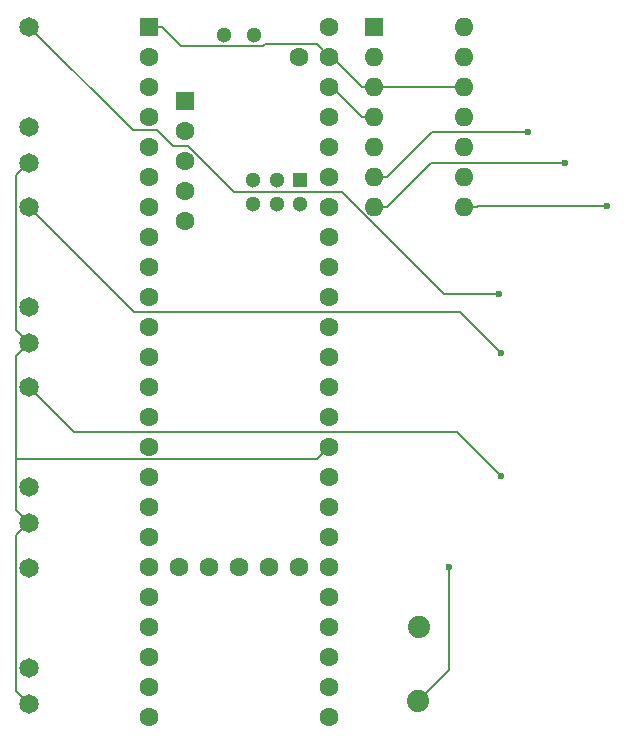
<source format=gbr>
%TF.GenerationSoftware,KiCad,Pcbnew,7.0.2-0*%
%TF.CreationDate,2023-11-13T17:50:44-05:00*%
%TF.ProjectId,Euro Power CV Shield,4575726f-2050-46f7-9765-722043562053,rev?*%
%TF.SameCoordinates,Original*%
%TF.FileFunction,Copper,L2,Bot*%
%TF.FilePolarity,Positive*%
%FSLAX46Y46*%
G04 Gerber Fmt 4.6, Leading zero omitted, Abs format (unit mm)*
G04 Created by KiCad (PCBNEW 7.0.2-0) date 2023-11-13 17:50:44*
%MOMM*%
%LPD*%
G01*
G04 APERTURE LIST*
%TA.AperFunction,ComponentPad*%
%ADD10C,1.600000*%
%TD*%
%TA.AperFunction,ComponentPad*%
%ADD11R,1.600000X1.600000*%
%TD*%
%TA.AperFunction,ComponentPad*%
%ADD12R,1.300000X1.300000*%
%TD*%
%TA.AperFunction,ComponentPad*%
%ADD13C,1.300000*%
%TD*%
%TA.AperFunction,ComponentPad*%
%ADD14O,1.600000X1.600000*%
%TD*%
%TA.AperFunction,ComponentPad*%
%ADD15C,1.650000*%
%TD*%
%TA.AperFunction,ComponentPad*%
%ADD16C,1.879600*%
%TD*%
%TA.AperFunction,ViaPad*%
%ADD17C,0.600000*%
%TD*%
%TA.AperFunction,Conductor*%
%ADD18C,0.200000*%
%TD*%
G04 APERTURE END LIST*
D10*
%TO.P,U2,49,VUSB*%
%TO.N,unconnected-(U2-VUSB-Pad49)*%
X132080000Y-78740000D03*
%TO.P,U2,59,GND*%
%TO.N,unconnected-(U2-GND-Pad59)*%
X122430800Y-92659200D03*
%TO.P,U2,58,GND*%
%TO.N,unconnected-(U2-GND-Pad58)*%
X122430800Y-90119200D03*
%TO.P,U2,57,D+*%
%TO.N,unconnected-(U2-D+-Pad57)*%
X122430800Y-87579200D03*
%TO.P,U2,56,D-*%
%TO.N,unconnected-(U2-D--Pad56)*%
X122430800Y-85039200D03*
D11*
%TO.P,U2,55,5V*%
%TO.N,unconnected-(U2-5V-Pad55)*%
X122430800Y-82499200D03*
D10*
%TO.P,U2,48,VIN*%
%TO.N,unconnected-(U2-VIN-Pad48)*%
X134620000Y-76200000D03*
%TO.P,U2,47,GND*%
%TO.N,GND*%
X134620000Y-78740000D03*
%TO.P,U2,46,3V3*%
%TO.N,/3V3*%
X134620000Y-81280000D03*
%TO.P,U2,45,23_A9_CRX1_MCLK1*%
%TO.N,unconnected-(U2-23_A9_CRX1_MCLK1-Pad45)*%
X134620000Y-83820000D03*
%TO.P,U2,44,22_A8_CTX1*%
%TO.N,unconnected-(U2-22_A8_CTX1-Pad44)*%
X134620000Y-86360000D03*
%TO.P,U2,43,21_A7_RX5_BCLK1*%
%TO.N,unconnected-(U2-21_A7_RX5_BCLK1-Pad43)*%
X134620000Y-88900000D03*
%TO.P,U2,42,20_A6_TX5_LRCLK1*%
%TO.N,unconnected-(U2-20_A6_TX5_LRCLK1-Pad42)*%
X134620000Y-91440000D03*
%TO.P,U2,41,19_A5_SCL*%
%TO.N,unconnected-(U2-19_A5_SCL-Pad41)*%
X134620000Y-93980000D03*
%TO.P,U2,40,18_A4_SDA*%
%TO.N,unconnected-(U2-18_A4_SDA-Pad40)*%
X134620000Y-96520000D03*
%TO.P,U2,39,17_A3_TX4_SDA1*%
%TO.N,unconnected-(U2-17_A3_TX4_SDA1-Pad39)*%
X134620000Y-99060000D03*
%TO.P,U2,38,16_A2_RX4_SCL1*%
%TO.N,unconnected-(U2-16_A2_RX4_SCL1-Pad38)*%
X134620000Y-101600000D03*
%TO.P,U2,37,15_A1_RX3_SPDIF_IN*%
%TO.N,unconnected-(U2-15_A1_RX3_SPDIF_IN-Pad37)*%
X134620000Y-104140000D03*
%TO.P,U2,36,14_A0_TX3_SPDIF_OUT*%
%TO.N,unconnected-(U2-14_A0_TX3_SPDIF_OUT-Pad36)*%
X134620000Y-106680000D03*
%TO.P,U2,35,13_SCK_LED*%
%TO.N,unconnected-(U2-13_SCK_LED-Pad35)*%
X134620000Y-109220000D03*
D11*
%TO.P,U2,1,GND*%
%TO.N,GND*%
X119380000Y-76200000D03*
D10*
%TO.P,U2,2,0_RX1_CRX2_CS1*%
%TO.N,unconnected-(U2-0_RX1_CRX2_CS1-Pad2)*%
X119380000Y-78740000D03*
%TO.P,U2,3,1_TX1_CTX2_MISO1*%
%TO.N,unconnected-(U2-1_TX1_CTX2_MISO1-Pad3)*%
X119380000Y-81280000D03*
%TO.P,U2,4,2_OUT2*%
%TO.N,unconnected-(U2-2_OUT2-Pad4)*%
X119380000Y-83820000D03*
%TO.P,U2,5,3_LRCLK2*%
%TO.N,unconnected-(U2-3_LRCLK2-Pad5)*%
X119380000Y-86360000D03*
%TO.P,U2,6,4_BCLK2*%
%TO.N,unconnected-(U2-4_BCLK2-Pad6)*%
X119380000Y-88900000D03*
%TO.P,U2,7,5_IN2*%
%TO.N,unconnected-(U2-5_IN2-Pad7)*%
X119380000Y-91440000D03*
%TO.P,U2,8,6_OUT1D*%
%TO.N,unconnected-(U2-6_OUT1D-Pad8)*%
X119380000Y-93980000D03*
%TO.P,U2,9,7_RX2_OUT1A*%
%TO.N,unconnected-(U2-7_RX2_OUT1A-Pad9)*%
X119380000Y-96520000D03*
%TO.P,U2,10,8_TX2_IN1*%
%TO.N,unconnected-(U2-8_TX2_IN1-Pad10)*%
X119380000Y-99060000D03*
%TO.P,U2,11,9_OUT1C*%
%TO.N,unconnected-(U2-9_OUT1C-Pad11)*%
X119380000Y-101600000D03*
%TO.P,U2,12,10_CS_MQSR*%
%TO.N,unconnected-(U2-10_CS_MQSR-Pad12)*%
X119380000Y-104140000D03*
%TO.P,U2,13,11_MOSI_CTX1*%
%TO.N,unconnected-(U2-11_MOSI_CTX1-Pad13)*%
X119380000Y-106680000D03*
%TO.P,U2,34,GND*%
%TO.N,GND*%
X134620000Y-111760000D03*
%TO.P,U2,33,41_A17*%
%TO.N,unconnected-(U2-41_A17-Pad33)*%
X134620000Y-114300000D03*
%TO.P,U2,32,40_A16*%
%TO.N,unconnected-(U2-40_A16-Pad32)*%
X134620000Y-116840000D03*
%TO.P,U2,31,39_MISO1_OUT1A*%
%TO.N,unconnected-(U2-39_MISO1_OUT1A-Pad31)*%
X134620000Y-119380000D03*
%TO.P,U2,30,38_CS1_IN1*%
%TO.N,unconnected-(U2-38_CS1_IN1-Pad30)*%
X134620000Y-121920000D03*
%TO.P,U2,29,37_CS*%
%TO.N,unconnected-(U2-37_CS-Pad29)*%
X134620000Y-124460000D03*
%TO.P,U2,28,36_CS*%
%TO.N,unconnected-(U2-36_CS-Pad28)*%
X134620000Y-127000000D03*
%TO.P,U2,27,35_TX8*%
%TO.N,unconnected-(U2-35_TX8-Pad27)*%
X134620000Y-129540000D03*
%TO.P,U2,26,34_RX8*%
%TO.N,unconnected-(U2-34_RX8-Pad26)*%
X134620000Y-132080000D03*
%TO.P,U2,25,33_MCLK2*%
%TO.N,unconnected-(U2-33_MCLK2-Pad25)*%
X134620000Y-134620000D03*
%TO.P,U2,24,32_OUT1B*%
%TO.N,unconnected-(U2-32_OUT1B-Pad24)*%
X119380000Y-134620000D03*
%TO.P,U2,23,31_CTX3*%
%TO.N,unconnected-(U2-31_CTX3-Pad23)*%
X119380000Y-132080000D03*
%TO.P,U2,22,30_CRX3*%
%TO.N,unconnected-(U2-30_CRX3-Pad22)*%
X119380000Y-129540000D03*
%TO.P,U2,21,29_TX7*%
%TO.N,unconnected-(U2-29_TX7-Pad21)*%
X119380000Y-127000000D03*
%TO.P,U2,14,12_MISO_MQSL*%
%TO.N,unconnected-(U2-12_MISO_MQSL-Pad14)*%
X119380000Y-109220000D03*
%TO.P,U2,15,3V3*%
%TO.N,/3V3*%
X119380000Y-111760000D03*
%TO.P,U2,16,24_A10_TX6_SCL2*%
%TO.N,/CV_1*%
X119380000Y-114300000D03*
%TO.P,U2,20,28_RX7*%
%TO.N,unconnected-(U2-28_RX7-Pad20)*%
X119380000Y-124460000D03*
%TO.P,U2,19,27_A13_SCK1*%
%TO.N,/CV_4*%
X119380000Y-121920000D03*
%TO.P,U2,18,26_A12_MOSI1*%
%TO.N,/CV_3*%
X119380000Y-119380000D03*
%TO.P,U2,17,25_A11_RX6_SDA2*%
%TO.N,/CV_2*%
X119380000Y-116840000D03*
D12*
%TO.P,U2,60,R+*%
%TO.N,unconnected-(U2-R+-Pad60)*%
X132181600Y-89170000D03*
D13*
%TO.P,U2,65,R-*%
%TO.N,unconnected-(U2-R--Pad65)*%
X132181600Y-91170000D03*
%TO.P,U2,61,LED*%
%TO.N,unconnected-(U2-LED-Pad61)*%
X130181600Y-89170000D03*
%TO.P,U2,64,GND*%
%TO.N,unconnected-(U2-GND-Pad64)*%
X130181600Y-91170000D03*
%TO.P,U2,63,T+*%
%TO.N,unconnected-(U2-T+-Pad63)*%
X128181600Y-91170000D03*
%TO.P,U2,62,T-*%
%TO.N,unconnected-(U2-T--Pad62)*%
X128181600Y-89170000D03*
D10*
%TO.P,U2,50,VBAT*%
%TO.N,unconnected-(U2-VBAT-Pad50)*%
X121920000Y-121920000D03*
%TO.P,U2,51,3V3*%
%TO.N,unconnected-(U2-3V3-Pad51)*%
X124460000Y-121920000D03*
%TO.P,U2,52,GND*%
%TO.N,unconnected-(U2-GND-Pad52)*%
X127000000Y-121920000D03*
%TO.P,U2,53,PROGRAM*%
%TO.N,unconnected-(U2-PROGRAM-Pad53)*%
X129540000Y-121920000D03*
%TO.P,U2,54,ON_OFF*%
%TO.N,unconnected-(U2-ON_OFF-Pad54)*%
X132080000Y-121920000D03*
D13*
%TO.P,U2,67,D+*%
%TO.N,unconnected-(U2-D+-Pad67)*%
X125730000Y-76930000D03*
%TO.P,U2,66,D-*%
%TO.N,unconnected-(U2-D--Pad66)*%
X128270000Y-76930000D03*
%TD*%
D14*
%TO.P,U1,14*%
%TO.N,Net-(C5-Pad1)*%
X146060000Y-76220000D03*
%TO.P,U1,7*%
%TO.N,Net-(C12-Pad1)*%
X138440000Y-91460000D03*
%TO.P,U1,13,-*%
%TO.N,Net-(U1D--)*%
X146060000Y-78760000D03*
%TO.P,U1,6,-*%
%TO.N,Net-(U1B--)*%
X138440000Y-88920000D03*
%TO.P,U1,12,+*%
%TO.N,GND*%
X146060000Y-81300000D03*
%TO.P,U1,5,+*%
X138440000Y-86380000D03*
%TO.P,U1,11,V-*%
X146060000Y-83840000D03*
%TO.P,U1,4,V+*%
%TO.N,/3V3*%
X138440000Y-83840000D03*
%TO.P,U1,10,+*%
%TO.N,GND*%
X146060000Y-86380000D03*
%TO.P,U1,3,+*%
X138440000Y-81300000D03*
%TO.P,U1,9,-*%
%TO.N,Net-(U1C--)*%
X146060000Y-88920000D03*
%TO.P,U1,2,-*%
%TO.N,Net-(U1A--)*%
X138440000Y-78760000D03*
%TO.P,U1,8*%
%TO.N,Net-(C4-Pad1)*%
X146060000Y-91460000D03*
D11*
%TO.P,U1,1*%
%TO.N,Net-(C1-Pad1)*%
X138440000Y-76220000D03*
%TD*%
D15*
%TO.P,CV_4,P$1,2*%
%TO.N,Net-(CV_4-2)*%
X109220000Y-122000000D03*
%TO.P,CV_4,P$2,3*%
%TO.N,unconnected-(CV_4-3-PadP$2)*%
X109220000Y-130500000D03*
%TO.P,CV_4,P$3,1*%
%TO.N,GND*%
X109220000Y-133500000D03*
%TD*%
%TO.P,CV_3,P$1,2*%
%TO.N,Net-(CV_3-2)*%
X109220000Y-106680000D03*
%TO.P,CV_3,P$2,3*%
%TO.N,unconnected-(CV_3-3-PadP$2)*%
X109220000Y-115180000D03*
%TO.P,CV_3,P$3,1*%
%TO.N,GND*%
X109220000Y-118180000D03*
%TD*%
D16*
%TO.P,OffsetTestPoint (-5v),1,1*%
%TO.N,/OFFSET*%
X142240000Y-127000000D03*
%TD*%
D15*
%TO.P,CV_2,P$1,2*%
%TO.N,Net-(CV_2-2)*%
X109220000Y-91440000D03*
%TO.P,CV_2,P$2,3*%
%TO.N,unconnected-(CV_2-3-PadP$2)*%
X109220000Y-99940000D03*
%TO.P,CV_2,P$3,1*%
%TO.N,GND*%
X109220000Y-102940000D03*
%TD*%
%TO.P,CV_1,P$1,2*%
%TO.N,Net-(CV_1-2)*%
X109220000Y-76200000D03*
%TO.P,CV_1,P$2,3*%
%TO.N,unconnected-(CV_1-3-PadP$2)*%
X109220000Y-84700000D03*
%TO.P,CV_1,P$3,1*%
%TO.N,GND*%
X109220000Y-87700000D03*
%TD*%
D16*
%TO.P,-12V_IN,1,1*%
%TO.N,VEE*%
X142154400Y-133319200D03*
%TD*%
D17*
%TO.N,VEE*%
X144780000Y-121920000D03*
%TO.N,Net-(U1B--)*%
X151465500Y-85110000D03*
%TO.N,Net-(C12-Pad1)*%
X154575600Y-87697700D03*
%TO.N,Net-(C4-Pad1)*%
X158128800Y-91412300D03*
%TO.N,Net-(CV_3-2)*%
X149205500Y-114261700D03*
%TO.N,Net-(CV_2-2)*%
X149196500Y-103830000D03*
%TO.N,Net-(CV_1-2)*%
X148987200Y-98839100D03*
%TD*%
D18*
%TO.N,VEE*%
X144780000Y-121920000D02*
X144780000Y-130693600D01*
X144780000Y-130693600D02*
X142154400Y-133319200D01*
%TO.N,Net-(U1B--)*%
X138440000Y-88920000D02*
X139492500Y-88920000D01*
X143302500Y-85110000D02*
X151465500Y-85110000D01*
X139492500Y-88920000D02*
X143302500Y-85110000D01*
%TO.N,Net-(C12-Pad1)*%
X138440000Y-91460000D02*
X139492500Y-91460000D01*
X143254800Y-87697700D02*
X154575600Y-87697700D01*
X139492500Y-91460000D02*
X143254800Y-87697700D01*
%TO.N,Net-(C4-Pad1)*%
X146060000Y-91460000D02*
X147112500Y-91460000D01*
X147160200Y-91412300D02*
X158128800Y-91412300D01*
X147112500Y-91460000D02*
X147160200Y-91412300D01*
%TO.N,/3V3*%
X134827500Y-81280000D02*
X134620000Y-81280000D01*
X137387500Y-83840000D02*
X134827500Y-81280000D01*
X138440000Y-83840000D02*
X137387500Y-83840000D01*
%TO.N,Net-(CV_3-2)*%
X113030000Y-110490000D02*
X109220000Y-106680000D01*
X145433800Y-110490000D02*
X113030000Y-110490000D01*
X149205500Y-114261700D02*
X145433800Y-110490000D01*
%TO.N,Net-(CV_2-2)*%
X145696500Y-100330000D02*
X149196500Y-103830000D01*
X118110000Y-100330000D02*
X145696500Y-100330000D01*
X109220000Y-91440000D02*
X118110000Y-100330000D01*
%TO.N,Net-(CV_1-2)*%
X144330600Y-98839100D02*
X148987200Y-98839100D01*
X135672800Y-90181300D02*
X144330600Y-98839100D01*
X126582400Y-90181300D02*
X135672800Y-90181300D01*
X122710300Y-86309200D02*
X126582400Y-90181300D01*
X121369200Y-86309200D02*
X122710300Y-86309200D01*
X120025200Y-84965200D02*
X121369200Y-86309200D01*
X117985200Y-84965200D02*
X120025200Y-84965200D01*
X109220000Y-76200000D02*
X117985200Y-84965200D01*
%TO.N,GND*%
X138440000Y-81300000D02*
X137387500Y-81300000D01*
X146060000Y-81300000D02*
X138440000Y-81300000D01*
X134827500Y-78740000D02*
X134620000Y-78740000D01*
X137387500Y-81300000D02*
X134827500Y-78740000D01*
X133553600Y-77673600D02*
X134620000Y-78740000D01*
X129186400Y-77673600D02*
X133553600Y-77673600D01*
X129021600Y-77838400D02*
X129186400Y-77673600D01*
X122070900Y-77838400D02*
X129021600Y-77838400D01*
X120432500Y-76200000D02*
X122070900Y-77838400D01*
X119380000Y-76200000D02*
X120432500Y-76200000D01*
X108138600Y-132418600D02*
X109220000Y-133500000D01*
X108138600Y-119261400D02*
X108138600Y-132418600D01*
X109220000Y-118180000D02*
X108138600Y-119261400D01*
X108138600Y-101858600D02*
X109220000Y-102940000D01*
X108138600Y-88781400D02*
X108138600Y-101858600D01*
X109220000Y-87700000D02*
X108138600Y-88781400D01*
X133555400Y-112824600D02*
X108112300Y-112824600D01*
X134620000Y-111760000D02*
X133555400Y-112824600D01*
X108112300Y-104047700D02*
X108112300Y-112824600D01*
X109220000Y-102940000D02*
X108112300Y-104047700D01*
X108112300Y-117072300D02*
X109220000Y-118180000D01*
X108112300Y-112824600D02*
X108112300Y-117072300D01*
%TD*%
M02*

</source>
